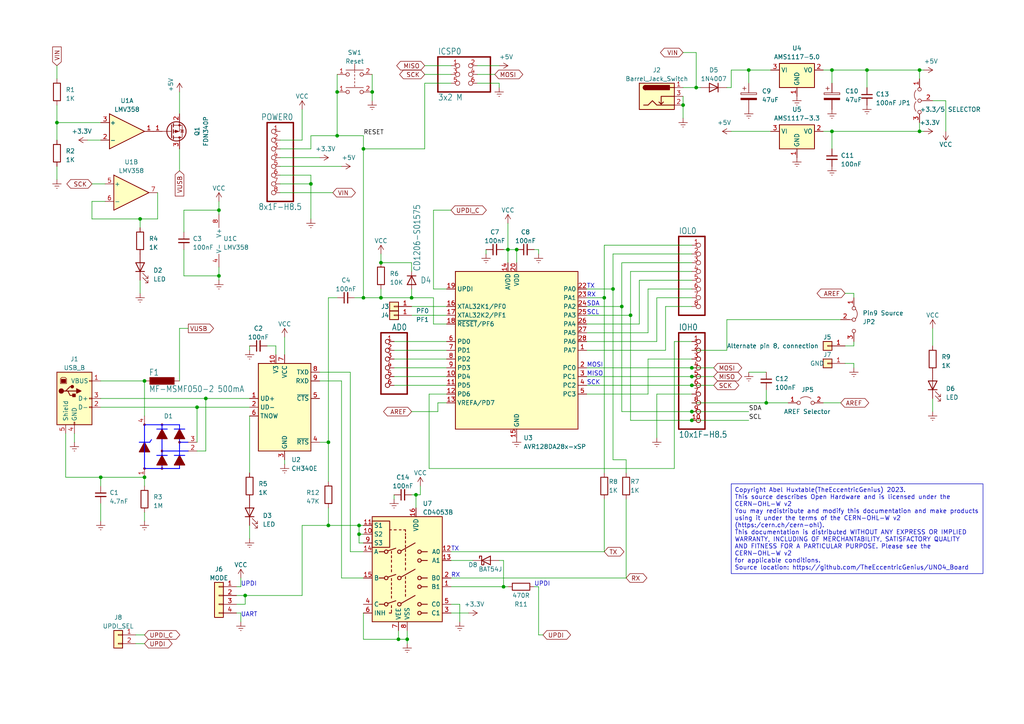
<source format=kicad_sch>
(kicad_sch (version 20230121) (generator eeschema)
  (paper "A4")
  (title_block (title "Produino UNO 4") (date "2023-08-20") (rev "1.0") (comment 1 "AVR128DA28 Uno sized board."))
  (lib_symbols
    (symbol "Amplifier_Operational:LMV358" (pin_names (offset 0.127))
      (property "Reference" "U" (at 0 5.08 0))
      (property "Value" "LMV358" (at 0 -5.08 0))
      (symbol "LMV358_1_1"
        (pin output line (at 7.62 0 180) (length 2.54) (name "~") (number "1"))
        (pin input line (at -7.62 -2.54 0) (length 2.54) (name "-") (number "2"))
        (pin input line (at -7.62 2.54 0) (length 2.54) (name "+") (number "3"))
      )
      (symbol "LMV358_2_1"
        (pin input line (at -7.62 2.54 0) (length 2.54) (name "+") (number "5"))
        (pin input line (at -7.62 -2.54 0) (length 2.54) (name "-") (number "6"))
        (pin output line (at 7.62 0 180) (length 2.54) (name "~") (number "7"))
      )
      (symbol "LMV358_3_1"
        (pin power_in line (at -2.54 -7.62 90) (length 3.81) (name "V-") (number "4"))
        (pin power_in line (at -2.54 7.62 270) (length 3.81) (name "V+") (number "8"))
      )
    )
    (symbol "Analog_Switch:CD4053B"
      (property "Reference" "U" (at -10.16 16.51 0))
      (property "Value" "CD4053B" (at 3.81 16.51 0))
      (symbol "CD4053B_1_1"
        (pin bidirectional line (at 12.7 -5.08 180) (length 2.54) (name "B1") (number "1"))
        (pin input line (at -12.7 10.16 0) (length 2.54) (name "S2") (number "10"))
        (pin input line (at -12.7 12.7 0) (length 2.54) (name "S1") (number "11"))
        (pin bidirectional line (at 12.7 5.08 180) (length 2.54) (name "A0") (number "12"))
        (pin bidirectional line (at 12.7 2.54 180) (length 2.54) (name "A1") (number "13"))
        (pin bidirectional line (at -12.7 5.08 0) (length 2.54) (name "A") (number "14"))
        (pin bidirectional line (at -12.7 -2.54 0) (length 2.54) (name "B") (number "15"))
        (pin power_in line (at 2.54 17.78 270) (length 2.54) (name "VDD") (number "16"))
        (pin bidirectional line (at 12.7 -2.54 180) (length 2.54) (name "B0") (number "2"))
        (pin bidirectional line (at 12.7 -12.7 180) (length 2.54) (name "C1") (number "3"))
        (pin bidirectional line (at -12.7 -10.16 0) (length 2.54) (name "C") (number "4"))
        (pin bidirectional line (at 12.7 -10.16 180) (length 2.54) (name "C0") (number "5"))
        (pin input line (at -12.7 -12.7 0) (length 2.54) (name "INH") (number "6"))
        (pin power_in line (at -2.54 -17.78 90) (length 2.54) (name "VEE") (number "7"))
        (pin power_in line (at 0 -17.78 90) (length 2.54) (name "VSS") (number "8"))
        (pin input line (at -12.7 7.62 0) (length 2.54) (name "S3") (number "9"))
      )
    )
    (symbol "Connector:Barrel_Jack_Switch" (pin_names hide)
      (property "Reference" "J" (at 0 5.334 0))
      (property "Value" "Barrel_Jack_Switch" (at 0 -5.08 0))
      (symbol "Barrel_Jack_Switch_1_1"
        (pin passive line (at 7.62 2.54 180) (length 2.54) (name "~") (number "1"))
        (pin passive line (at 7.62 -2.54 180) (length 2.54) (name "~") (number "2"))
        (pin passive line (at 7.62 0 180) (length 2.54) (name "~") (number "3"))
      )
    )
    (symbol "Connector:USB_B" (pin_names (offset 1.016))
      (property "Reference" "J" (at -5.08 11.43 0))
      (property "Value" "USB_B" (at -5.08 8.89 0))
      (symbol "USB_B_1_1"
        (pin power_out line (at 7.62 5.08 180) (length 2.54) (name "VBUS") (number "1"))
        (pin bidirectional line (at 7.62 -2.54 180) (length 2.54) (name "D-") (number "2"))
        (pin bidirectional line (at 7.62 0 180) (length 2.54) (name "D+") (number "3"))
        (pin power_out line (at 0 -10.16 90) (length 2.54) (name "GND") (number "4"))
        (pin passive line (at -2.54 -10.16 90) (length 2.54) (name "Shield") (number "5"))
      )
    )
    (symbol "Connector_Generic:Conn_01x01" (pin_names (offset 1.016) hide)
      (property "Reference" "J" (at 0 2.54 0))
      (property "Value" "Conn_01x01" (at 0 -2.54 0))
      (symbol "Conn_01x01_1_1"
        (pin passive line (at -5.08 0 0) (length 3.81) (name "Pin_1") (number "1"))
      )
    )
    (symbol "Connector_Generic:Conn_01x02" (pin_names (offset 1.016) hide)
      (property "Reference" "J" (at 0 2.54 0))
      (property "Value" "Conn_01x02" (at 0 -5.08 0))
      (symbol "Conn_01x02_1_1"
        (pin passive line (at -5.08 0 0) (length 3.81) (name "Pin_1") (number "1"))
        (pin passive line (at -5.08 -2.54 0) (length 3.81) (name "Pin_2") (number "2"))
      )
    )
    (symbol "Connector_Generic:Conn_01x04" (pin_names (offset 1.016) hide)
      (property "Reference" "J" (at 0 5.08 0))
      (property "Value" "Conn_01x04" (at 0 -7.62 0))
      (symbol "Conn_01x04_1_1"
        (pin passive line (at -5.08 2.54 0) (length 3.81) (name "Pin_1") (number "1"))
        (pin passive line (at -5.08 0 0) (length 3.81) (name "Pin_2") (number "2"))
        (pin passive line (at -5.08 -2.54 0) (length 3.81) (name "Pin_3") (number "3"))
        (pin passive line (at -5.08 -5.08 0) (length 3.81) (name "Pin_4") (number "4"))
      )
    )
    (symbol "Device:C_Polarized" (pin_numbers hide) (pin_names (offset 0.254))
      (property "Reference" "C" (at 0.635 2.54 0))
      (property "Value" "C_Polarized" (at 0.635 -2.54 0))
      (symbol "C_Polarized_1_1"
        (pin passive line (at 0 3.81 270) (length 2.794) (name "~") (number "1"))
        (pin passive line (at 0 -3.81 90) (length 2.794) (name "~") (number "2"))
      )
    )
    (symbol "Device:C_Small" (pin_numbers hide) (pin_names (offset 0.254) hide)
      (property "Reference" "C" (at 0.254 1.778 0))
      (property "Value" "C_Small" (at 0.254 -2.032 0))
      (symbol "C_Small_1_1"
        (pin passive line (at 0 2.54 270) (length 2.032) (name "~") (number "1"))
        (pin passive line (at 0 -2.54 90) (length 2.032) (name "~") (number "2"))
      )
    )
    (symbol "Device:LED" (pin_numbers hide) (pin_names (offset 1.016) hide)
      (property "Reference" "D" (at 0 2.54 0))
      (property "Value" "LED" (at 0 -2.54 0))
      (symbol "LED_1_1"
        (pin passive line (at -3.81 0 0) (length 2.54) (name "K") (number "1"))
        (pin passive line (at 3.81 0 180) (length 2.54) (name "A") (number "2"))
      )
    )
    (symbol "Device:R" (pin_numbers hide) (pin_names (offset 0))
      (property "Reference" "R" (at 2.032 0 90))
      (property "Value" "R" (at 0 0 90))
      (symbol "R_1_1"
        (pin passive line (at 0 3.81 270) (length 1.27) (name "~") (number "1"))
        (pin passive line (at 0 -3.81 90) (length 1.27) (name "~") (number "2"))
      )
    )
    (symbol "Diode:1N4007" (pin_numbers hide) (pin_names hide)
      (property "Reference" "D" (at 0 2.54 0))
      (property "Value" "1N4007" (at 0 -2.54 0))
      (symbol "1N4007_1_1"
        (pin passive line (at -3.81 0 0) (length 2.54) (name "K") (number "1"))
        (pin passive line (at 3.81 0 180) (length 2.54) (name "A") (number "2"))
      )
    )
    (symbol "Diode:BAT54J" (pin_numbers hide) (pin_names (offset 1.016) hide)
      (property "Reference" "D" (at 0 2.54 0))
      (property "Value" "BAT54J" (at 0 -2.54 0))
      (symbol "BAT54J_1_1"
        (pin passive line (at -3.81 0 0) (length 2.54) (name "K") (number "1"))
        (pin passive line (at 3.81 0 180) (length 2.54) (name "A") (number "2"))
      )
    )
    (symbol "Interface_USB:CH340E"
      (property "Reference" "U" (at -5.08 13.97 0))
      (property "Value" "CH340E" (at 1.27 13.97 0))
      (symbol "CH340E_1_1"
        (pin bidirectional line (at -10.16 2.54 0) (length 2.54) (name "UD+") (number "1"))
        (pin passive line (at -2.54 15.24 270) (length 2.54) (name "V3") (number "10"))
        (pin bidirectional line (at -10.16 0 0) (length 2.54) (name "UD-") (number "2"))
        (pin power_in line (at 0 -15.24 90) (length 2.54) (name "GND") (number "3"))
        (pin output line (at 10.16 -10.16 180) (length 2.54) (name "~{RTS}") (number "4"))
        (pin input line (at 10.16 2.54 180) (length 2.54) (name "~{CTS}") (number "5"))
        (pin output line (at -10.16 -2.54 0) (length 2.54) (name "TNOW") (number "6"))
        (pin power_in line (at 0 15.24 270) (length 2.54) (name "VCC") (number "7"))
        (pin output line (at 10.16 10.16 180) (length 2.54) (name "TXD") (number "8"))
        (pin input line (at 10.16 7.62 180) (length 2.54) (name "RXD") (number "9"))
      )
    )
    (symbol "Jumper:Jumper_2_Open" (pin_names (offset 0) hide)
      (property "Reference" "JP" (at 0 2.794 0))
      (property "Value" "Jumper_2_Open" (at 0 -2.286 0))
      (symbol "Jumper_2_Open_1_1"
        (pin passive line (at -5.08 0 0) (length 2.54) (name "A") (number "1"))
        (pin passive line (at 5.08 0 180) (length 2.54) (name "B") (number "2"))
      )
    )
    (symbol "Jumper:Jumper_3_Bridged12" (pin_names (offset 0) hide)
      (property "Reference" "JP" (at -2.54 -2.54 0))
      (property "Value" "Jumper_3_Bridged12" (at 0 2.794 0))
      (symbol "Jumper_3_Bridged12_1_1"
        (pin passive line (at -6.35 0 0) (length 2.54) (name "A") (number "1"))
        (pin passive line (at 0 -3.81 90) (length 2.54) (name "C") (number "2"))
        (pin passive line (at 6.35 0 180) (length 2.54) (name "B") (number "3"))
      )
    )
    (symbol "Jumper:Jumper_3_Open" (pin_names (offset 0) hide)
      (property "Reference" "JP" (at -2.54 -2.54 0))
      (property "Value" "Jumper_3_Open" (at 0 2.794 0))
      (symbol "Jumper_3_Open_1_1"
        (pin passive line (at -6.35 0 0) (length 2.54) (name "A") (number "1"))
        (pin passive line (at 0 -3.81 90) (length 2.54) (name "C") (number "2"))
        (pin passive line (at 6.35 0 180) (length 2.54) (name "B") (number "3"))
      )
    )
    (symbol "MCU_Microchip_AVR_Dx:AVR128DA28x-xSP"
      (property "Reference" "U" (at -17.78 24.13 0))
      (property "Value" "AVR128DA28x-xSP" (at 2.54 -24.13 0))
      (symbol "AVR128DA28x-xSP_1_1"
        (pin bidirectional line (at 20.32 0 180) (length 2.54) (name "PA7") (number "1"))
        (pin bidirectional line (at -20.32 -7.62 0) (length 2.54) (name "PD4") (number "10"))
        (pin bidirectional line (at -20.32 -10.16 0) (length 2.54) (name "PD5") (number "11"))
        (pin bidirectional line (at -20.32 -12.7 0) (length 2.54) (name "PD6") (number "12"))
        (pin bidirectional line (at -20.32 -15.24 0) (length 2.54) (name "VREFA/PD7") (number "13"))
        (pin power_in line (at -2.54 25.4 270) (length 2.54) (name "AVDD") (number "14"))
        (pin power_in line (at 0 -25.4 90) (length 2.54) (name "GND") (number "15"))
        (pin bidirectional line (at -20.32 12.7 0) (length 2.54) (name "XTAL32K1/PF0") (number "16"))
        (pin bidirectional line (at -20.32 10.16 0) (length 2.54) (name "XTAL32K2/PF1") (number "17"))
        (pin bidirectional line (at -20.32 7.62 0) (length 2.54) (name "~{RESET}/PF6") (number "18"))
        (pin input line (at -20.32 17.78 0) (length 2.54) (name "UPDI") (number "19"))
        (pin bidirectional line (at 20.32 -5.08 180) (length 2.54) (name "PC0") (number "2"))
        (pin power_in line (at 0 25.4 270) (length 2.54) (name "VDD") (number "20"))
        (pin passive line (at 0 -25.4 90) (length 2.54) hide (name "GND") (number "21"))
        (pin bidirectional line (at 20.32 17.78 180) (length 2.54) (name "PA0") (number "22"))
        (pin bidirectional line (at 20.32 15.24 180) (length 2.54) (name "PA1") (number "23"))
        (pin bidirectional line (at 20.32 12.7 180) (length 2.54) (name "PA2") (number "24"))
        (pin bidirectional line (at 20.32 10.16 180) (length 2.54) (name "PA3") (number "25"))
        (pin bidirectional line (at 20.32 7.62 180) (length 2.54) (name "PA4") (number "26"))
        (pin bidirectional line (at 20.32 5.08 180) (length 2.54) (name "PA5") (number "27"))
        (pin bidirectional line (at 20.32 2.54 180) (length 2.54) (name "PA6") (number "28"))
        (pin bidirectional line (at 20.32 -7.62 180) (length 2.54) (name "PC1") (number "3"))
        (pin bidirectional line (at 20.32 -10.16 180) (length 2.54) (name "PC2") (number "4"))
        (pin bidirectional line (at 20.32 -12.7 180) (length 2.54) (name "PC3") (number "5"))
        (pin bidirectional line (at -20.32 2.54 0) (length 2.54) (name "PD0") (number "6"))
        (pin bidirectional line (at -20.32 0 0) (length 2.54) (name "PD1") (number "7"))
        (pin bidirectional line (at -20.32 -2.54 0) (length 2.54) (name "PD2") (number "8"))
        (pin bidirectional line (at -20.32 -5.08 0) (length 2.54) (name "PD3") (number "9"))
      )
    )
    (symbol "Regulator_Linear:AMS1117-3.3"
      (property "Reference" "U" (at -3.81 3.175 0))
      (property "Value" "AMS1117-3.3" (at 0 3.175 0))
      (symbol "AMS1117-3.3_1_1"
        (pin power_in line (at 0 -7.62 90) (length 2.54) (name "GND") (number "1"))
        (pin power_out line (at 7.62 0 180) (length 2.54) (name "VO") (number "2"))
        (pin power_in line (at -7.62 0 0) (length 2.54) (name "VI") (number "3"))
      )
    )
    (symbol "Regulator_Linear:AMS1117-5.0"
      (property "Reference" "U" (at -3.81 3.175 0))
      (property "Value" "AMS1117-5.0" (at 0 3.175 0))
      (symbol "AMS1117-5.0_1_1"
        (pin power_in line (at 0 -7.62 90) (length 2.54) (name "GND") (number "1"))
        (pin power_out line (at 7.62 0 180) (length 2.54) (name "VO") (number "2"))
        (pin power_in line (at -7.62 0 0) (length 2.54) (name "VI") (number "3"))
      )
    )
    (symbol "SmartPrj_PINHD-1X8_1"
      (property "Reference" "AD0" (at -6.35 13.335 0))
      (symbol "SmartPrj_PINHD-1X8_1_1_0"
        (pin passive inverted (at -2.54 10.16 0) (length 2.54) (name "1") (number "1"))
        (pin passive inverted (at -2.54 7.62 0) (length 2.54) (name "2") (number "2"))
        (pin passive inverted (at -2.54 5.08 0) (length 2.54) (name "3") (number "3"))
        (pin passive inverted (at -2.54 2.54 0) (length 2.54) (name "4") (number "4"))
        (pin passive inverted (at -2.54 0 0) (length 2.54) (name "5") (number "5"))
        (pin passive inverted (at -2.54 -2.54 0) (length 2.54) (name "6") (number "6"))
      )
    )
    (symbol "Switch:SW_Push_Dual" (pin_names (offset 1.016) hide)
      (property "Reference" "SW1" (at 0 6.35 0))
      (property "Value" "Reset" (at 0 3.81 0))
      (symbol "SW_Push_Dual_0_1"
        (pin passive line (at -5.08 0 0) (length 2.54) (name "1") (number "1"))
        (pin passive line (at 5.08 0 180) (length 2.54) (name "2") (number "2"))
      )
      (symbol "SW_Push_Dual_1_1"
        (pin passive line (at -5.08 -5.08 0) (length 2.54) (name "3") (number "1"))
        (pin passive line (at 5.08 -5.08 180) (length 2.54) (name "4") (number "2"))
      )
    )
    (symbol "Transistor_FET:FDN340P" (pin_names hide)
      (property "Reference" "Q" (at 5.08 1.905 0))
      (property "Value" "FDN340P" (at 5.08 0 0))
      (symbol "FDN340P_1_1"
        (pin input line (at -5.08 0 0) (length 2.54) (name "G") (number "1"))
        (pin passive line (at 2.54 -5.08 90) (length 2.54) (name "S") (number "2"))
        (pin passive line (at 2.54 5.08 270) (length 2.54) (name "D") (number "3"))
      )
    )
    (symbol "UNO-TH_Rev3e-eagle-import:SmartPrj_PINHD-1X10_ARD"
      (property "Reference" "JP" (at -6.35 13.335 0))
      (symbol "SmartPrj_PINHD-1X10_ARD_1_0"
        (pin passive inverted (at -2.54 10.16 0) (length 2.54) (name "1") (number "1"))
        (pin passive inverted (at -2.54 -12.7 0) (length 2.54) (name "10") (number "10"))
        (pin passive inverted (at -2.54 7.62 0) (length 2.54) (name "2") (number "2"))
        (pin passive inverted (at -2.54 5.08 0) (length 2.54) (name "3") (number "3"))
        (pin passive inverted (at -2.54 2.54 0) (length 2.54) (name "4") (number "4"))
        (pin passive inverted (at -2.54 0 0) (length 2.54) (name "5") (number "5"))
        (pin passive inverted (at -2.54 -2.54 0) (length 2.54) (name "6") (number "6"))
        (pin passive inverted (at -2.54 -5.08 0) (length 2.54) (name "7") (number "7"))
        (pin passive inverted (at -2.54 -7.62 0) (length 2.54) (name "8") (number "8"))
        (pin passive inverted (at -2.54 -10.16 0) (length 2.54) (name "9") (number "9"))
      )
    )
    (symbol "UNO-TH_Rev3e-eagle-import:SmartPrj_PINHD-1X8"
      (property "Reference" "JP" (at -6.35 13.335 0))
      (symbol "SmartPrj_PINHD-1X8_1_0"
        (pin passive inverted (at -2.54 10.16 0) (length 2.54) (name "1") (number "1"))
        (pin passive inverted (at -2.54 7.62 0) (length 2.54) (name "2") (number "2"))
        (pin passive inverted (at -2.54 5.08 0) (length 2.54) (name "3") (number "3"))
        (pin passive inverted (at -2.54 2.54 0) (length 2.54) (name "4") (number "4"))
        (pin passive inverted (at -2.54 0 0) (length 2.54) (name "5") (number "5"))
        (pin passive inverted (at -2.54 -2.54 0) (length 2.54) (name "6") (number "6"))
        (pin passive inverted (at -2.54 -5.08 0) (length 2.54) (name "7") (number "7"))
        (pin passive inverted (at -2.54 -7.62 0) (length 2.54) (name "8") (number "8"))
      )
    )
    (symbol "UNO-TH_Rev3e-eagle-import:SmartPrj_PINHD-2X3"
      (property "Reference" "JP" (at -6.35 5.715 0))
      (symbol "SmartPrj_PINHD-2X3_1_0"
        (pin passive inverted (at -2.54 2.54 0) (length 2.54) (name "1") (number "1"))
        (pin passive inverted (at 5.08 2.54 180) (length 2.54) (name "2") (number "2"))
        (pin passive inverted (at -2.54 0 0) (length 2.54) (name "3") (number "3"))
        (pin passive inverted (at 5.08 0 180) (length 2.54) (name "4") (number "4"))
        (pin passive inverted (at -2.54 -2.54 0) (length 2.54) (name "5") (number "5"))
        (pin passive inverted (at 5.08 -2.54 180) (length 2.54) (name "6") (number "6"))
      )
    )
    (symbol "UNO-TH_Rev3e-eagle-import:diode_DIODE-MINIMELF"
      (property "Reference" "D" (at 2.54 0.4826 0))
      (symbol "diode_DIODE-MINIMELF_1_0"
        (pin passive line (at -2.54 0 0) (length 2.54) (name "A") (number "A"))
        (pin passive line (at 2.54 0 180) (length 2.54) (name "C") (number "C"))
      )
    )
    (symbol "UNO-TH_Rev3e-eagle-import:rcl_L-EUL1812"
      (property "Reference" "L" (at -1.4986 -3.81 90))
      (symbol "rcl_L-EUL1812_1_0"
        (pin passive line (at 0 5.08 270) (length 2.54) (name "1") (number "1"))
        (pin passive line (at 0 -5.08 90) (length 2.54) (name "2") (number "2"))
      )
    )
    (symbol "Uno_Mini_Limited_Edition-altium-import:root_0_PRTR5V0U2X,215"
      (symbol "root_0_PRTR5V0U2X,215_1_0"
        (pin passive line (at -5.08 -10.16 90) (length 2.54) (name "1") (number "1"))
        (pin passive line (at 10.16 -2.54 180) (length 2.54) (name "2") (number "2"))
        (pin passive line (at 10.16 0 180) (length 2.54) (name "3") (number "3"))
        (pin passive line (at -5.08 7.62 270) (length 2.54) (name "4") (number "4"))
      )
    )
    (symbol "power:+3.3V" (power) (pin_names (offset 0))
      (property "Value" "+3.3V" (at 0 3.556 0))
      (symbol "+3.3V_1_1"
        (pin power_in line (at 0 0 90) (length 0) hide (name "+3.3V") (number "1"))
      )
    )
    (symbol "power:+5V" (power) (pin_names (offset 0))
      (property "Value" "+5V" (at 0 3.556 0))
      (symbol "+5V_1_1"
        (pin power_in line (at 0 0 90) (length 0) hide (name "+5V") (number "1"))
      )
    )
    (symbol "power:Earth" (power) (pin_names (offset 0))
      (symbol "Earth_1_1"
        (pin power_in line (at 0 0 270) (length 0) hide (name "Earth") (number "1"))
      )
    )
    (symbol "power:VCC" (power) (pin_names (offset 0))
      (property "Value" "VCC" (at 0 3.81 0))
      (symbol "VCC_1_1"
        (pin power_in line (at 0 0 90) (length 0) hide (name "VCC") (number "1"))
      )
    )
  )
  (junction (at 115.57 185.42))
  (junction (at 29.21 138.43))
  (junction (at 110.49 86.36))
  (junction (at 180.34 88.9))
  (junction (at 119.38 86.36))
  (junction (at 90.17 53.34))
  (junction (at 104.14 154.94))
  (junction (at 110.49 76.2))
  (junction (at 266.7 20.32))
  (junction (at 200.66 121.92))
  (junction (at 251.46 20.32))
  (junction (at 104.14 152.4))
  (junction (at 177.8 83.82))
  (junction (at 105.41 43.18))
  (junction (at 266.7 38.1))
  (junction (at 40.64 63.5))
  (junction (at 63.5 80.01))
  (junction (at 95.25 128.27))
  (junction (at 59.69 115.57))
  (junction (at 71.12 172.72))
  (junction (at 241.3 20.32))
  (junction (at 147.32 72.39))
  (junction (at 200.66 109.22))
  (junction (at 57.15 118.11))
  (junction (at 200.66 111.76))
  (junction (at 201.93 25.4))
  (junction (at 97.79 39.37))
  (junction (at 120.65 143.51))
  (junction (at 95.25 152.4))
  (junction (at 41.91 110.49))
  (junction (at 241.3 38.1))
  (junction (at 200.66 119.38))
  (junction (at 222.25 116.84))
  (junction (at 118.11 185.42))
  (junction (at 63.5 60.96))
  (junction (at 16.51 35.56))
  (junction (at 200.66 106.68))
  (junction (at 198.12 30.48))
  (junction (at 41.91 138.43))
  (junction (at 149.86 72.39))
  (junction (at 107.95 26.67))
  (junction (at 175.26 86.36))
  (junction (at 105.41 86.36))
  (junction (at 182.88 91.44))
  (junction (at 217.17 20.32))
  (junction (at 146.05 170.18))
  (junction (at 97.79 26.67))
  (wire (pts (xy 247.65 105.41) (xy 247.65 106.68)))
  (wire (pts (xy 68.58 175.26) (xy 71.12 175.26)))
  (wire (pts (xy 81.28 53.34) (xy 90.17 53.34)))
  (wire (pts (xy 212.09 25.4) (xy 212.09 20.32)))
  (wire (pts (xy 238.76 38.1) (xy 241.3 38.1)))
  (wire (pts (xy 39.37 184.15) (xy 41.91 184.15)))
  (wire (pts (xy 198.12 25.4) (xy 201.93 25.4)))
  (wire (pts (xy 195.58 99.06) (xy 200.66 99.06)))
  (wire (pts (xy 81.28 55.88) (xy 96.52 55.88)))
  (wire (pts (xy 105.41 185.42) (xy 115.57 185.42)))
  (wire (pts (xy 119.38 83.82) (xy 119.38 86.36)))
  (wire (pts (xy 118.11 185.42) (xy 118.11 182.88)))
  (wire (pts (xy 201.93 25.4) (xy 201.93 15.24)))
  (wire (pts (xy 121.92 143.51) (xy 120.65 143.51)))
  (wire (pts (xy 156.21 184.15) (xy 157.48 184.15)))
  (wire (pts (xy 180.34 76.2) (xy 200.66 76.2)))
  (wire (pts (xy 180.34 88.9) (xy 180.34 119.38)))
  (wire (pts (xy 105.41 43.18) (xy 105.41 86.36)))
  (wire (pts (xy 144.78 162.56) (xy 146.05 162.56)))
  (wire (pts (xy 187.96 114.3) (xy 187.96 104.14)))
  (wire (pts (xy 81.28 50.8) (xy 90.17 50.8)))
  (wire (pts (xy 107.95 26.67) (xy 107.95 29.21)))
  (wire (pts (xy 130.81 170.18) (xy 146.05 170.18)))
  (wire (pts (xy 29.21 118.11) (xy 57.15 118.11)))
  (wire (pts (xy 170.18 83.82) (xy 177.8 83.82)))
  (wire (pts (xy 80.01 102.87) (xy 80.01 100.33)))
  (wire (pts (xy 69.85 170.18) (xy 68.58 170.18)))
  (wire (pts (xy 25.4 40.64) (xy 29.21 40.64)))
  (wire (pts (xy 198.12 30.48) (xy 198.12 34.29)))
  (wire (pts (xy 114.3 111.76) (xy 129.54 111.76)))
  (wire (pts (xy 222.25 113.03) (xy 222.25 116.84)))
  (wire (pts (xy 92.71 110.49) (xy 99.06 110.49)))
  (wire (pts (xy 198.12 15.24) (xy 201.93 15.24)))
  (wire (pts (xy 270.51 115.57) (xy 270.51 119.38)))
  (wire (pts (xy 40.64 63.5) (xy 40.64 66.04)))
  (wire (pts (xy 129.54 83.82) (xy 125.73 83.82)))
  (wire (pts (xy 170.18 91.44) (xy 182.88 91.44)))
  (wire (pts (xy 187.96 104.14) (xy 200.66 104.14)))
  (wire (pts (xy 41.91 138.43) (xy 41.91 140.97)))
  (wire (pts (xy 72.39 120.65) (xy 72.39 137.16)))
  (wire (pts (xy 69.85 177.8) (xy 69.85 180.34)))
  (wire (pts (xy 82.55 97.79) (xy 82.55 102.87)))
  (wire (pts (xy 127 116.84) (xy 129.54 116.84)))
  (wire (pts (xy 133.35 175.26) (xy 130.81 175.26)))
  (wire (pts (xy 146.05 162.56) (xy 146.05 170.18)))
  (wire (pts (xy 123.19 21.59) (xy 130.81 21.59)))
  (wire (pts (xy 101.6 160.02) (xy 101.6 107.95)))
  (wire (pts (xy 177.8 73.66) (xy 200.66 73.66)))
  (wire (pts (xy 105.41 160.02) (xy 101.6 160.02)))
  (wire (pts (xy 19.05 138.43) (xy 19.05 125.73)))
  (wire (pts (xy 63.5 77.47) (xy 63.5 80.01)))
  (wire (pts (xy 41.91 138.43) (xy 29.21 138.43)))
  (wire (pts (xy 121.92 140.97) (xy 121.92 143.51)))
  (wire (pts (xy 124.46 135.89) (xy 195.58 135.89)))
  (wire (pts (xy 105.41 86.36) (xy 110.49 86.36)))
  (wire (pts (xy 247.65 100.33) (xy 245.11 100.33)))
  (wire (pts (xy 95.25 128.27) (xy 95.25 139.7)))
  (wire (pts (xy 45.72 63.5) (xy 45.72 55.88)))
  (wire (pts (xy 71.12 172.72) (xy 87.63 172.72)))
  (wire (pts (xy 40.64 81.28) (xy 40.64 85.09)))
  (wire (pts (xy 41.91 148.59) (xy 41.91 151.13)))
  (wire (pts (xy 181.61 137.16) (xy 181.61 133.35)))
  (wire (pts (xy 210.82 25.4) (xy 212.09 25.4)))
  (wire (pts (xy 29.21 138.43) (xy 19.05 138.43)))
  (wire (pts (xy 200.66 101.6) (xy 210.82 101.6)))
  (wire (pts (xy 127 119.38) (xy 127 116.84)))
  (wire (pts (xy 185.42 81.28) (xy 200.66 81.28)))
  (wire (pts (xy 87.63 152.4) (xy 95.25 152.4)))
  (wire (pts (xy 274.32 29.21) (xy 270.51 29.21)))
  (wire (pts (xy 29.21 138.43) (xy 29.21 140.97)))
  (wire (pts (xy 210.82 92.71) (xy 243.84 92.71)))
  (wire (pts (xy 212.09 20.32) (xy 217.17 20.32)))
  (wire (pts (xy 138.43 21.59) (xy 143.51 21.59)))
  (wire (pts (xy 16.51 35.56) (xy 16.51 40.64)))
  (wire (pts (xy 125.73 86.36) (xy 125.73 93.98)))
  (wire (pts (xy 200.66 119.38) (xy 217.17 119.38)))
  (wire (pts (xy 201.93 25.4) (xy 203.2 25.4)))
  (wire (pts (xy 110.49 86.36) (xy 119.38 86.36)))
  (wire (pts (xy 41.91 110.49) (xy 41.91 120.65)))
  (wire (pts (xy 274.32 38.1) (xy 274.32 29.21)))
  (wire (pts (xy 177.8 83.82) (xy 177.8 133.35)))
  (wire (pts (xy 81.28 43.18) (xy 90.17 43.18)))
  (wire (pts (xy 39.37 186.69) (xy 41.91 186.69)))
  (wire (pts (xy 156.21 73.66) (xy 156.21 72.39)))
  (wire (pts (xy 95.25 147.32) (xy 95.25 152.4)))
  (wire (pts (xy 200.66 106.68) (xy 207.01 106.68)))
  (wire (pts (xy 81.28 48.26) (xy 99.06 48.26)))
  (wire (pts (xy 63.5 60.96) (xy 63.5 62.23)))
  (wire (pts (xy 16.51 35.56) (xy 29.21 35.56)))
  (wire (pts (xy 270.51 95.25) (xy 270.51 100.33)))
  (wire (pts (xy 181.61 133.35) (xy 177.8 133.35)))
  (wire (pts (xy 114.3 106.68) (xy 129.54 106.68)))
  (wire (pts (xy 130.81 24.13) (xy 123.19 24.13)))
  (wire (pts (xy 52.07 95.25) (xy 52.07 110.49)))
  (wire (pts (xy 26.67 63.5) (xy 40.64 63.5)))
  (wire (pts (xy 147.32 72.39) (xy 149.86 72.39)))
  (wire (pts (xy 245.11 105.41) (xy 247.65 105.41)))
  (wire (pts (xy 68.58 177.8) (xy 69.85 177.8)))
  (wire (pts (xy 266.7 20.32) (xy 266.7 22.86)))
  (wire (pts (xy 97.79 39.37) (xy 105.41 39.37)))
  (wire (pts (xy 59.69 130.81) (xy 59.69 115.57)))
  (wire (pts (xy 170.18 96.52) (xy 187.96 96.52)))
  (wire (pts (xy 107.95 21.59) (xy 107.95 26.67)))
  (wire (pts (xy 156.21 170.18) (xy 156.21 184.15)))
  (wire (pts (xy 115.57 185.42) (xy 118.11 185.42)))
  (wire (pts (xy 115.57 182.88) (xy 115.57 185.42)))
  (wire (pts (xy 147.32 72.39) (xy 146.05 72.39)))
  (wire (pts (xy 77.47 100.33) (xy 80.01 100.33)))
  (wire (pts (xy 170.18 101.6) (xy 193.04 101.6)))
  (wire (pts (xy 175.26 86.36) (xy 175.26 137.16)))
  (wire (pts (xy 40.64 63.5) (xy 45.72 63.5)))
  (wire (pts (xy 21.59 125.73) (xy 21.59 128.27)))
  (wire (pts (xy 71.12 175.26) (xy 71.12 172.72)))
  (wire (pts (xy 182.88 121.92) (xy 200.66 121.92)))
  (wire (pts (xy 217.17 107.95) (xy 222.25 107.95)))
  (wire (pts (xy 124.46 114.3) (xy 129.54 114.3)))
  (wire (pts (xy 200.66 121.92) (xy 217.17 121.92)))
  (wire (pts (xy 175.26 144.78) (xy 175.26 160.02)))
  (wire (pts (xy 90.17 50.8) (xy 90.17 53.34)))
  (wire (pts (xy 193.04 101.6) (xy 193.04 88.9)))
  (wire (pts (xy 182.88 78.74) (xy 200.66 78.74)))
  (wire (pts (xy 59.69 115.57) (xy 72.39 115.57)))
  (wire (pts (xy 140.97 72.39) (xy 140.97 73.66)))
  (wire (pts (xy 97.79 21.59) (xy 97.79 26.67)))
  (wire (pts (xy 182.88 91.44) (xy 182.88 121.92)))
  (wire (pts (xy 170.18 114.3) (xy 187.96 114.3)))
  (wire (pts (xy 53.34 72.39) (xy 53.34 80.01)))
  (wire (pts (xy 63.5 80.01) (xy 63.5 81.28)))
  (wire (pts (xy 185.42 93.98) (xy 185.42 81.28)))
  (wire (pts (xy 130.81 167.64) (xy 181.61 167.64)))
  (wire (pts (xy 138.43 19.05) (xy 144.78 19.05)))
  (wire (pts (xy 16.51 48.26) (xy 16.51 52.07)))
  (wire (pts (xy 104.14 152.4) (xy 104.14 154.94)))
  (wire (pts (xy 154.94 72.39) (xy 156.21 72.39)))
  (wire (pts (xy 101.6 107.95) (xy 92.71 107.95)))
  (wire (pts (xy 72.39 152.4) (xy 72.39 156.21)))
  (wire (pts (xy 195.58 135.89) (xy 195.58 99.06)))
  (wire (pts (xy 68.58 172.72) (xy 71.12 172.72)))
  (wire (pts (xy 187.96 96.52) (xy 187.96 83.82)))
  (wire (pts (xy 200.66 111.76) (xy 207.01 111.76)))
  (wire (pts (xy 200.66 109.22) (xy 207.01 109.22)))
  (wire (pts (xy 222.25 116.84) (xy 228.6 116.84)))
  (wire (pts (xy 104.14 157.48) (xy 104.14 154.94)))
  (wire (pts (xy 170.18 109.22) (xy 200.66 109.22)))
  (wire (pts (xy 241.3 24.13) (xy 241.3 20.32)))
  (wire (pts (xy 180.34 119.38) (xy 200.66 119.38)))
  (wire (pts (xy 170.18 106.68) (xy 200.66 106.68)))
  (wire (pts (xy 105.41 39.37) (xy 105.41 43.18)))
  (wire (pts (xy 170.18 88.9) (xy 180.34 88.9)))
  (wire (pts (xy 177.8 83.82) (xy 177.8 73.66)))
  (wire (pts (xy 26.67 53.34) (xy 30.48 53.34)))
  (wire (pts (xy 241.3 38.1) (xy 266.7 38.1)))
  (wire (pts (xy 105.41 157.48) (xy 104.14 157.48)))
  (wire (pts (xy 119.38 143.51) (xy 120.65 143.51)))
  (wire (pts (xy 130.81 162.56) (xy 137.16 162.56)))
  (wire (pts (xy 52.07 49.53) (xy 52.07 43.18)))
  (wire (pts (xy 57.15 118.11) (xy 72.39 118.11)))
  (wire (pts (xy 133.35 175.26) (xy 133.35 180.34)))
  (wire (pts (xy 119.38 76.2) (xy 119.38 78.74)))
  (wire (pts (xy 102.87 86.36) (xy 105.41 86.36)))
  (wire (pts (xy 52.07 95.25) (xy 54.61 95.25)))
  (wire (pts (xy 212.09 38.1) (xy 223.52 38.1)))
  (wire (pts (xy 187.96 83.82) (xy 200.66 83.82)))
  (wire (pts (xy 154.94 170.18) (xy 156.21 170.18)))
  (wire (pts (xy 170.18 93.98) (xy 185.42 93.98)))
  (wire (pts (xy 105.41 152.4) (xy 104.14 152.4)))
  (wire (pts (xy 241.3 38.1) (xy 241.3 43.18)))
  (wire (pts (xy 95.25 128.27) (xy 95.25 86.36)))
  (wire (pts (xy 182.88 91.44) (xy 182.88 78.74)))
  (wire (pts (xy 26.67 58.42) (xy 26.67 63.5)))
  (wire (pts (xy 144.78 24.13) (xy 138.43 24.13)))
  (wire (pts (xy 266.7 38.1) (xy 266.7 35.56)))
  (wire (pts (xy 53.34 67.31) (xy 53.34 60.96)))
  (wire (pts (xy 120.65 143.51) (xy 120.65 147.32)))
  (wire (pts (xy 90.17 53.34) (xy 90.17 63.5)))
  (wire (pts (xy 119.38 119.38) (xy 127 119.38)))
  (wire (pts (xy 110.49 76.2) (xy 119.38 76.2)))
  (wire (pts (xy 146.05 170.18) (xy 147.32 170.18)))
  (wire (pts (xy 69.85 167.64) (xy 69.85 170.18)))
  (wire (pts (xy 95.25 152.4) (xy 104.14 152.4)))
  (wire (pts (xy 217.17 20.32) (xy 223.52 20.32)))
  (wire (pts (xy 81.28 45.72) (xy 92.71 45.72)))
  (wire (pts (xy 110.49 73.66) (xy 110.49 76.2)))
  (wire (pts (xy 114.3 104.14) (xy 129.54 104.14)))
  (wire (pts (xy 95.25 86.36) (xy 97.79 86.36)))
  (wire (pts (xy 99.06 167.64) (xy 105.41 167.64)))
  (wire (pts (xy 251.46 20.32) (xy 251.46 25.4)))
  (wire (pts (xy 190.5 114.3) (xy 190.5 127)))
  (wire (pts (xy 200.66 114.3) (xy 190.5 114.3)))
  (wire (pts (xy 267.97 20.32) (xy 266.7 20.32)))
  (wire (pts (xy 63.5 58.42) (xy 63.5 60.96)))
  (wire (pts (xy 245.11 85.09) (xy 247.65 85.09)))
  (wire (pts (xy 238.76 20.32) (xy 241.3 20.32)))
  (wire (pts (xy 238.76 116.84) (xy 243.84 116.84)))
  (wire (pts (xy 30.48 58.42) (xy 26.67 58.42)))
  (wire (pts (xy 41.91 110.49) (xy 29.21 110.49)))
  (wire (pts (xy 217.17 24.13) (xy 217.17 20.32)))
  (wire (pts (xy 52.07 33.02) (xy 52.07 26.67)))
  (wire (pts (xy 180.34 88.9) (xy 180.34 76.2)))
  (wire (pts (xy 90.17 39.37) (xy 97.79 39.37)))
  (wire (pts (xy 125.73 93.98) (xy 129.54 93.98)))
  (wire (pts (xy 87.63 152.4) (xy 87.63 172.72)))
  (wire (pts (xy 119.38 91.44) (xy 129.54 91.44)))
  (wire (pts (xy 97.79 26.67) (xy 97.79 39.37)))
  (wire (pts (xy 190.5 86.36) (xy 200.66 86.36)))
  (wire (pts (xy 130.81 160.02) (xy 175.26 160.02)))
  (wire (pts (xy 114.3 143.51) (xy 114.3 144.78)))
  (wire (pts (xy 114.3 101.6) (xy 129.54 101.6)))
  (wire (pts (xy 99.06 110.49) (xy 99.06 167.64)))
  (wire (pts (xy 210.82 92.71) (xy 210.82 101.6)))
  (wire (pts (xy 144.78 25.4) (xy 144.78 24.13)))
  (wire (pts (xy 170.18 99.06) (xy 190.5 99.06)))
  (wire (pts (xy 72.39 100.33) (xy 72.39 101.6)))
  (wire (pts (xy 123.19 43.18) (xy 105.41 43.18)))
  (wire (pts (xy 123.19 24.13) (xy 123.19 43.18)))
  (wire (pts (xy 147.32 64.77) (xy 147.32 72.39)))
  (wire (pts (xy 130.81 177.8) (xy 135.89 177.8)))
  (wire (pts (xy 125.73 60.96) (xy 130.81 60.96)))
  (wire (pts (xy 125.73 83.82) (xy 125.73 60.96)))
  (wire (pts (xy 123.19 19.05) (xy 130.81 19.05)))
  (wire (pts (xy 170.18 111.76) (xy 200.66 111.76)))
  (wire (pts (xy 87.63 31.75) (xy 87.63 40.64)))
  (wire (pts (xy 114.3 99.06) (xy 129.54 99.06)))
  (wire (pts (xy 198.12 27.94) (xy 198.12 30.48)))
  (wire (pts (xy 125.73 86.36) (xy 119.38 86.36)))
  (wire (pts (xy 92.71 128.27) (xy 95.25 128.27)))
  (wire (pts (xy 82.55 133.35) (xy 82.55 134.62)))
  (wire (pts (xy 200.66 116.84) (xy 222.25 116.84)))
  (wire (pts (xy 119.38 88.9) (xy 129.54 88.9)))
  (wire (pts (xy 57.15 118.11) (xy 57.15 128.27)))
  (wire (pts (xy 90.17 43.18) (xy 90.17 39.37)))
  (wire (pts (xy 16.51 30.48) (xy 16.51 35.56)))
  (wire (pts (xy 114.3 109.22) (xy 129.54 109.22)))
  (wire (pts (xy 105.41 177.8) (xy 105.41 185.42)))
  (wire (pts (xy 193.04 88.9) (xy 200.66 88.9)))
  (wire (pts (xy 251.46 20.32) (xy 266.7 20.32)))
  (wire (pts (xy 104.14 154.94) (xy 105.41 154.94)))
  (wire (pts (xy 266.7 38.1) (xy 267.97 38.1)))
  (wire (pts (xy 53.34 80.01) (xy 63.5 80.01)))
  (wire (pts (xy 175.26 71.12) (xy 200.66 71.12)))
  (wire (pts (xy 118.11 185.42) (xy 118.11 186.69)))
  (wire (pts (xy 181.61 144.78) (xy 181.61 167.64)))
  (wire (pts (xy 149.86 76.2) (xy 149.86 72.39)))
  (wire (pts (xy 29.21 115.57) (xy 59.69 115.57)))
  (wire (pts (xy 53.34 60.96) (xy 63.5 60.96)))
  (wire (pts (xy 81.28 40.64) (xy 87.63 40.64)))
  (wire (pts (xy 241.3 20.32) (xy 251.46 20.32)))
  (wire (pts (xy 190.5 99.06) (xy 190.5 86.36)))
  (wire (pts (xy 57.15 130.81) (xy 59.69 130.81)))
  (wire (pts (xy 16.51 19.05) (xy 16.51 22.86)))
  (wire (pts (xy 124.46 114.3) (xy 124.46 135.89)))
  (wire (pts (xy 170.18 86.36) (xy 175.26 86.36)))
  (wire (pts (xy 247.65 85.09) (xy 247.65 86.36)))
  (wire (pts (xy 29.21 146.05) (xy 29.21 151.13)))
  (wire (pts (xy 110.49 86.36) (xy 110.49 83.82)))
  (wire (pts (xy 247.65 100.33) (xy 247.65 99.06)))
  (wire (pts (xy 147.32 72.39) (xy 147.32 76.2)))
  (wire (pts (xy 175.26 71.12) (xy 175.26 86.36)))
  (text_box "Copyright Abel Huxtable(TheEccentricGenius) 2023.\nThis source describes Open Hardware and is licensed under the CERN-OHL-W v2\nYou may redistribute and modify this documentation and make products\nusing it under the terms of the CERN-OHL-W v2 (https:/cern.ch/cern-ohl).\nThis documentation is distributed WITHOUT ANY EXPRESS OR IMPLIED\nWARRANTY, INCLUDING OF MERCHANTABILITY, SATISFACTORY QUALITY\nAND FITNESS FOR A PARTICULAR PURPOSE. Please see the CERN-OHL-W v2\nfor applicable conditions.\nSource location: https://github.com/TheEccentricGenius/UNO4_Board" (at 212.09 140.335 0) (size 73.025 26.035) (effects (font (size 1.27 1.27)) (justify left top)))
  (text "TX" (at 170.18 83.82 0) (effects (font (size 1.27 1.27)) (justify left bottom)))
  (text "TX\n" (at 130.81 160.02 0) (effects (font (size 1.27 1.27)) (justify left bottom)))
  (text "UART" (at 69.85 179.07 0) (effects (font (size 1.27 1.27)) (justify left bottom)))
  (text "RX\n" (at 130.81 167.64 0) (effects (font (size 1.27 1.27)) (justify left bottom)))
  (text "SCK" (at 170.18 111.76 0) (effects (font (size 1.27 1.27)) (justify left bottom)))
  (text "RX\n" (at 170.18 86.36 0) (effects (font (size 1.27 1.27)) (justify left bottom)))
  (text "SDA" (at 170.18 88.9 0) (effects (font (size 1.27 1.27)) (justify left bottom)))
  (text "MISO" (at 170.18 109.22 0) (effects (font (size 1.27 1.27)) (justify left bottom)))
  (text "SCL" (at 170.18 91.44 0) (effects (font (size 1.27 1.27)) (justify left bottom)))
  (text "UPDI" (at 154.94 170.18 0) (effects (font (size 1.27 1.27)) (justify left bottom)))
  (text "UPDI" (at 69.85 170.18 0) (effects (font (size 1.27 1.27)) (justify left bottom)))
  (text "MOSI" (at 170.18 106.68 0) (effects (font (size 1.27 1.27)) (justify left bottom)))
  (label "SDA" (at 217.17 119.38 0))
  (label "SCL" (at 217.17 121.92 0))
  (label "RESET" (at 105.41 39.37 0))
  (global_label "MISO" (shape bidirectional) (at 207.01 109.22 0) (property "Intersheetrefs" "${INTERSHEET_REFS}" (effects hide)))
  (global_label "SCK" (shape bidirectional) (at 207.01 111.76 0) (property "Intersheetrefs" "${INTERSHEET_REFS}" (effects hide)))
  (global_label "MOSI" (shape bidirectional) (at 207.01 106.68 0) (property "Intersheetrefs" "${INTERSHEET_REFS}" (effects hide)))
  (global_label "SCK" (shape bidirectional) (at 123.19 21.59 180) (property "Intersheetrefs" "${INTERSHEET_REFS}" (effects hide)))
  (global_label "VUSB" (shape output) (at 54.61 95.25 0) (property "Intersheetrefs" "${INTERSHEET_REFS}" (effects hide)))
  (global_label "UPDI_C" (shape bidirectional) (at 41.91 184.15 0) (property "Intersheetrefs" "${INTERSHEET_REFS}" (effects hide)))
  (global_label "RX" (shape bidirectional) (at 181.61 167.64 0) (property "Intersheetrefs" "${INTERSHEET_REFS}" (effects hide)))
  (global_label "UPDI_C" (shape bidirectional) (at 130.81 60.96 0) (property "Intersheetrefs" "${INTERSHEET_REFS}" (effects hide)))
  (global_label "AREF" (shape bidirectional) (at 119.38 119.38 180) (property "Intersheetrefs" "${INTERSHEET_REFS}" (effects hide)))
  (global_label "UPDI" (shape bidirectional) (at 41.91 186.69 0) (property "Intersheetrefs" "${INTERSHEET_REFS}" (effects hide)))
  (global_label "MOSI" (shape bidirectional) (at 143.51 21.59 0) (property "Intersheetrefs" "${INTERSHEET_REFS}" (effects hide)))
  (global_label "UPDI" (shape bidirectional) (at 157.48 184.15 0) (property "Intersheetrefs" "${INTERSHEET_REFS}" (effects hide)))
  (global_label "MISO" (shape bidirectional) (at 123.19 19.05 180) (property "Intersheetrefs" "${INTERSHEET_REFS}" (effects hide)))
  (global_label "AREF" (shape bidirectional) (at 243.84 116.84 0) (property "Intersheetrefs" "${INTERSHEET_REFS}" (effects hide)))
  (global_label "VIN" (shape bidirectional) (at 96.52 55.88 0) (property "Intersheetrefs" "${INTERSHEET_REFS}" (effects hide)))
  (global_label "VIN" (shape input) (at 16.51 19.05 90) (property "Intersheetrefs" "${INTERSHEET_REFS}" (effects hide)))
  (global_label "VIN" (shape bidirectional) (at 198.12 15.24 180) (property "Intersheetrefs" "${INTERSHEET_REFS}" (effects hide)))
  (global_label "AREF" (shape bidirectional) (at 245.11 85.09 180) (property "Intersheetrefs" "${INTERSHEET_REFS}" (effects hide)))
  (global_label "VUSB" (shape input) (at 52.07 49.53 270) (property "Intersheetrefs" "${INTERSHEET_REFS}" (effects hide)))
  (global_label "SCK" (shape bidirectional) (at 26.67 53.34 180) (property "Intersheetrefs" "${INTERSHEET_REFS}" (effects hide)))
  (global_label "TX" (shape bidirectional) (at 175.26 160.02 0) (property "Intersheetrefs" "${INTERSHEET_REFS}" (effects hide)))
  (symbol (lib_id "power:Earth") (at 217.17 31.75 0) (unit 1)
    (property "Reference" "#PWR033" (effects hide))
    (property "Value" "Earth" (effects hide))
  )
  (symbol (lib_id "power:Earth") (at 251.46 30.48 0) (unit 1)
    (property "Reference" "#PWR039" (effects hide))
    (property "Value" "Earth" (effects hide))
  )
  (symbol (lib_id "Switch:SW_Push_Dual") (at 102.87 21.59 0) (unit 1)
    (property "Reference" "SW1" (at 102.87 15.24 0))
    (property "Value" "Reset" (at 102.87 17.78 0))
    (property "Footprint" "USB_B:SW_PUSH_6mm" (effects hide))
  )
  (symbol (lib_id "power:+5V") (at 52.07 26.67 0) (unit 1)
    (property "Reference" "#PWR06" (effects hide))
    (property "Value" "+5V" (at 49.53 26.67 90) (effects (justify left)))
  )
  (symbol (lib_id "Connector_Generic:Conn_01x01") (at 240.03 100.33 0) (mirror y) (unit 1)
    (property "Reference" "J5" (at 238.76 97.79 0) (effects (justify right)))
    (property "Value" "Alternate pin 8, connection" (at 210.82 100.33 0) (effects (justify right)))
    (property "Footprint" "Connector_Wire:SolderWirePad_1x01_SMD_1x2mm" (effects hide))
  )
  (symbol (lib_id "Device:R") (at 41.91 144.78 0) (unit 1)
    (property "Reference" "R3" (at 44.45 144.145 0) (effects (justify left)))
    (property "Value" "1M" (at 44.45 146.685 0) (effects (justify left)))
    (property "Footprint" "Resistor_SMD:R_0603_1608Metric_Pad0.98x0.95mm_HandSolder" (effects hide))
  )
  (symbol (lib_id "power:Earth") (at 270.51 119.38 0) (unit 1)
    (property "Reference" "#PWR044" (effects hide))
    (property "Value" "Earth" (effects hide))
  )
  (symbol (lib_id "power:Earth") (at 217.17 107.95 0) (unit 1)
    (property "Reference" "#PWR036" (effects hide))
    (property "Value" "Earth" (effects hide))
  )
  (symbol (lib_id "Interface_USB:CH340E") (at 82.55 118.11 0) (unit 1)
    (property "Reference" "U2" (at 84.5059 133.35 0) (effects (justify left)))
    (property "Value" "CH340E" (at 84.5059 135.89 0) (effects (justify left)))
    (property "Footprint" "Package_SO:MSOP-10_3x3mm_P0.5mm" (effects hide))
    (property "Datasheet" "https://www.mpja.com/download/35227cpdata.pdf" (effects hide))
  )
  (symbol (lib_id "power:VCC") (at 87.63 31.75 0) (unit 1)
    (property "Reference" "#PWR07" (effects hide))
    (property "Value" "VCC" (at 87.63 27.94 0))
  )
  (symbol (lib_id "UNO-TH_Rev3e-eagle-import:SmartPrj_PINHD-1X10_ARD") (at 203.2 109.22 0) (unit 1)
    (property "Reference" "IOH0" (at 196.85 95.885 0) (effects (font (size 1.778 1.5113)) (justify left bottom)))
    (property "Value" "10x1F-H8.5" (at 196.85 127 0) (effects (font (size 1.778 1.5113)) (justify left bottom)))
    (property "Footprint" "Connector_PinSocket_2.54mm:PinSocket_1x10_P2.54mm_Vertical" (effects hide))
  )
  (symbol (lib_id "Connector_Generic:Conn_01x02") (at 34.29 184.15 0) (mirror y) (unit 1)
    (property "Reference" "J8" (at 34.29 179.07 0))
    (property "Value" "UPDI_SEL" (at 34.29 181.61 0))
    (property "Footprint" "Connector_PinHeader_2.54mm:PinHeader_1x02_P2.54mm_Vertical" (effects hide))
  )
  (symbol (lib_id "Device:R") (at 151.13 170.18 270) (unit 1)
    (property "Reference" "R11" (at 151.13 175.26 90))
    (property "Value" "470R" (at 151.13 172.72 90))
    (property "Footprint" "Resistor_SMD:R_0603_1608Metric_Pad0.98x0.95mm_HandSolder" (effects hide))
  )
  (symbol (lib_id "power:Earth") (at 29.21 151.13 0) (unit 1)
    (property "Reference" "#PWR04" (effects hide))
    (property "Value" "Earth" (effects hide))
  )
  (symbol (lib_id "Regulator_Linear:AMS1117-5.0") (at 231.14 20.32 0) (unit 1)
    (property "Reference" "U4" (at 231.14 13.97 0))
    (property "Value" "AMS1117-5.0" (at 231.14 16.51 0))
    (property "Footprint" "Package_TO_SOT_SMD:SOT-223-3_TabPin2" (effects hide))
    (property "Datasheet" "http://www.advanced-monolithic.com/pdf/ds1117.pdf" (effects hide))
  )
  (symbol (lib_id "Device:C_Polarized") (at 241.3 27.94 0) (unit 1)
    (property "Reference" "C10" (at 245.11 26.416 0) (effects (justify left)))
    (property "Value" "47uF" (at 245.11 28.956 0) (effects (justify left)))
    (property "Footprint" "Capacitor_THT:CP_Radial_D5.0mm_P2.50mm" (effects hide))
  )
  (symbol (lib_id "power:Earth") (at 231.14 45.72 0) (unit 1)
    (property "Reference" "#PWR035" (effects hide))
    (property "Value" "Earth" (effects hide))
  )
  (symbol (lib_id "UNO-TH_Rev3e-eagle-import:SmartPrj_PINHD-1X8") (at 203.2 81.28 0) (unit 1)
    (property "Reference" "IOL0" (at 196.85 67.945 0) (effects (font (size 1.778 1.5113)) (justify left bottom)))
    (property "Value" "8x1F-H8.5" (effects hide))
    (property "Footprint" "Connector_PinSocket_2.54mm:PinSocket_1x08_P2.54mm_Vertical" (effects hide))
  )
  (symbol (lib_id "Device:C_Small") (at 53.34 69.85 0) (unit 1)
    (property "Reference" "C3" (at 55.88 69.2213 0) (effects (justify left)))
    (property "Value" "100nF" (at 55.88 71.7613 0) (effects (justify left)))
    (property "Footprint" "Capacitor_SMD:C_0603_1608Metric_Pad1.08x0.95mm_HandSolder" (effects hide))
  )
  (symbol (lib_id "power:Earth") (at 156.21 73.66 0) (unit 1)
    (property "Reference" "#PWR027" (effects hide))
    (property "Value" "Earth" (effects hide))
  )
  (symbol (lib_id "Connector_Generic:Conn_01x01") (at 240.03 105.41 0) (mirror y) (unit 1)
    (property "Reference" "J7" (at 238.76 102.87 0) (effects (justify right)))
    (property "Value" "GND" (at 234.95 105.41 0) (effects (justify right)))
    (property "Footprint" "Connector_Wire:SolderWirePad_1x01_SMD_1x2mm" (effects hide))
  )
  (symbol (lib_id "power:+3.3V") (at 25.4 40.64 90) (mirror x) (unit 1)
    (property "Reference" "#PWR03" (effects hide))
    (property "Value" "+3.3V" (at 26.67 38.1 90) (effects (justify left)))
  )
  (symbol (lib_id "Device:R") (at 181.61 140.97 0) (unit 1)
    (property "Reference" "R7" (at 184.15 139.7 0))
    (property "Value" "1K" (at 184.15 142.24 0))
    (property "Footprint" "Resistor_SMD:R_0603_1608Metric_Pad0.98x0.95mm_HandSolder" (effects hide))
  )
  (symbol (lib_id "Amplifier_Operational:LMV358") (at 66.04 69.85 0) (unit 3)
    (property "Reference" "U1" (at 64.77 69.215 0) (effects (justify left)))
    (property "Value" "LMV358" (at 64.77 71.755 0) (effects (justify left)))
    (property "Footprint" "Package_SO:SO-8_3.9x4.9mm_P1.27mm" (effects hide))
    (property "Datasheet" "http://www.ti.com/lit/ds/symlink/lmv324.pdf" (effects hide))
  )
  (symbol (lib_id "Connector_Generic:Conn_01x04") (at 63.5 172.72 0) (mirror y) (unit 1)
    (property "Reference" "J6" (at 63.5 165.1 0))
    (property "Value" "MODE" (at 63.5 167.64 0))
    (property "Footprint" "Connector_PinHeader_2.54mm:PinHeader_1x04_P2.54mm_Vertical" (effects hide))
  )
  (symbol (lib_id "power:Earth") (at 41.91 151.13 0) (unit 1)
    (property "Reference" "#PWR05" (effects hide))
    (property "Value" "Earth" (effects hide))
  )
  (symbol (lib_id "Diode:BAT54J") (at 140.97 162.56 0) (unit 1)
    (property "Reference" "D8" (at 137.16 163.83 0))
    (property "Value" "BAT54J" (at 142.24 165.1 0))
    (property "Footprint" "Diode_SMD:D_SOD-323F" (effects hide))
    (property "Datasheet" "https://assets.nexperia.com/documents/data-sheet/BAT54J.pdf" (effects hide))
  )
  (symbol (lib_id "power:VCC") (at 110.49 73.66 0) (unit 1)
    (property "Reference" "#PWR021" (effects hide))
    (property "Value" "VCC" (at 110.49 69.85 0))
  )
  (symbol (lib_id "power:Earth") (at 190.5 127 0) (unit 1)
    (property "Reference" "#PWR020" (effects hide))
    (property "Value" "Earth" (effects hide))
  )
  (symbol (lib_id "power:+5V") (at 212.09 38.1 90) (mirror x) (unit 1)
    (property "Reference" "#PWR031" (effects hide))
    (property "Value" "+5V" (at 212.09 35.56 90) (effects (justify left)))
  )
  (symbol (lib_id "UNO-TH_Rev3e-eagle-import:SmartPrj_PINHD-2X3") (at 133.35 21.59 0) (unit 1)
    (property "Reference" "ICSP0" (at 127 15.875 0) (effects (font (size 1.778 1.5113)) (justify left bottom)))
    (property "Value" "3x2 M" (at 127 29.21 0) (effects (font (size 1.778 1.5113)) (justify left bottom)))
    (property "Footprint" "Connector_PinHeader_2.54mm:PinHeader_2x03_P2.54mm_Vertical" (effects hide))
  )
  (symbol (lib_id "Device:C_Small") (at 74.93 100.33 90) (unit 1)
    (property "Reference" "C2" (at 74.9363 95.25 90))
    (property "Value" "100nF" (at 74.9363 97.79 90))
    (property "Footprint" "Capacitor_SMD:C_0603_1608Metric_Pad1.08x0.95mm_HandSolder" (effects hide))
  )
  (symbol (lib_id "power:VCC") (at 274.32 38.1 0) (mirror x) (unit 1)
    (property "Reference" "#PWR042" (effects hide))
    (property "Value" "VCC" (at 274.32 41.91 0))
  )
  (symbol (lib_id "power:VCC") (at 270.51 95.25 0) (unit 1)
    (property "Reference" "#PWR043" (effects hide))
    (property "Value" "VCC" (at 270.51 91.44 0))
  )
  (symbol (lib_id "power:Earth") (at 140.97 73.66 0) (unit 1)
    (property "Reference" "#PWR025" (effects hide))
    (property "Value" "Earth" (effects hide))
  )
  (symbol (lib_id "power:Earth") (at 133.35 180.34 0) (mirror y) (unit 1)
    (property "Reference" "#PWR046" (effects hide))
    (property "Value" "Earth" (effects hide))
  )
  (symbol (lib_id "Device:R") (at 175.26 140.97 180) (unit 1)
    (property "Reference" "R8" (at 176.53 139.7 0) (effects (justify right)))
    (property "Value" "1K" (at 176.53 142.24 0) (effects (justify right)))
    (property "Footprint" "Resistor_SMD:R_0603_1608Metric_Pad0.98x0.95mm_HandSolder" (effects hide))
  )
  (symbol (lib_id "Connector_Generic:Conn_01x01") (at 114.3 88.9 180) (unit 1)
    (property "Reference" "J3" (at 110.49 88.9 0) (effects (justify right)))
    (property "Value" "PF0" (at 120.65 90.17 0) (effects (justify right)))
    (property "Footprint" "Connector_Wire:SolderWirePad_1x01_SMD_1x2mm" (effects hide))
  )
  (symbol (lib_id "power:Earth") (at 21.59 128.27 0) (unit 1)
    (property "Reference" "#PWR02" (effects hide))
    (property "Value" "Earth" (effects hide))
  )
  (symbol (lib_id "power:Earth") (at 72.39 101.6 0) (unit 1)
    (property "Reference" "#PWR011" (effects hide))
    (property "Value" "Earth" (effects hide))
  )
  (symbol (lib_id "Amplifier_Operational:LMV358") (at 38.1 55.88 0) (unit 2)
    (property "Reference" "U1" (at 38.1 46.99 0))
    (property "Value" "LMV358" (at 38.1 49.53 0))
    (property "Footprint" "Package_SO:SO-8_3.9x4.9mm_P1.27mm" (effects hide))
    (property "Datasheet" "http://www.ti.com/lit/ds/symlink/lmv324.pdf" (effects hide))
  )
  (symbol (lib_id "power:+3.3V") (at 135.89 177.8 270) (unit 1)
    (property "Reference" "#PWR047" (effects hide))
    (property "Value" "+3.3V" (at 134.62 175.26 90) (effects (justify left)))
  )
  (symbol (lib_id "Connector:Barrel_Jack_Switch") (at 190.5 27.94 0) (unit 1)
    (property "Reference" "J2" (at 190.5 20.32 0))
    (property "Value" "Barrel_Jack_Switch" (at 190.5 22.86 0))
    (property "Footprint" "USB_B:BarrelJack" (effects hide))
  )
  (symbol (lib_id "Uno_Mini_Limited_Edition-altium-import:root_0_PRTR5V0U2X,215") (at 46.99 128.27 0) (unit 1)
    (property "Reference" "D1" (at 47.498 121.412 0) (effects (justify left bottom)))
    (property "Value" "PRTR5V0U2X,215" (effects hide))
    (property "Footprint" "Package_TO_SOT_SMD:SOT-143_Handsoldering" (effects hide))
    (property "PART NUMBER" "PRTR5V0U2X,215" (effects hide))
    (property "CODE ARDUINO" "2209" (effects hide))
    (property "MANUFACTURER" "Nexperia" (effects hide))
    (property "DEVICE TYPE" "ESD protection" (effects hide))
  )
  (symbol (lib_id "power:Earth") (at 118.11 186.69 0) (unit 1)
    (property "Reference" "#PWR016" (effects hide))
    (property "Value" "Earth" (effects hide))
  )
  (symbol (lib_id "Device:R") (at 40.64 69.85 0) (unit 1)
    (property "Reference" "R4" (at 43.18 69.215 0) (effects (justify left)))
    (property "Value" "1K" (at 43.18 71.755 0) (effects (justify left)))
    (property "Footprint" "Resistor_SMD:R_0603_1608Metric_Pad0.98x0.95mm_HandSolder" (effects hide))
  )
  (symbol (lib_id "Amplifier_Operational:LMV358") (at 36.83 38.1 0) (unit 1)
    (property "Reference" "U1" (at 36.83 29.21 0))
    (property "Value" "LMV358" (at 36.83 31.75 0))
    (property "Footprint" "Package_SO:SO-8_3.9x4.9mm_P1.27mm" (effects hide))
    (property "Datasheet" "http://www.ti.com/lit/ds/symlink/lmv324.pdf" (effects hide))
  )
  (symbol (lib_id "Device:C_Small") (at 251.46 27.94 0) (unit 1)
    (property "Reference" "C13" (at 254 27.3113 0) (effects (justify left)))
    (property "Value" "100nF" (at 254 29.8513 0) (effects (justify left)))
    (property "Footprint" "Capacitor_SMD:C_0603_1608Metric_Pad1.08x0.95mm_HandSolder" (effects hide))
  )
  (symbol (lib_id "power:Earth") (at 16.51 52.07 0) (unit 1)
    (property "Reference" "#PWR01" (effects hide))
    (property "Value" "Earth" (effects hide))
  )
  (symbol (lib_id "power:Earth") (at 241.3 31.75 0) (unit 1)
    (property "Reference" "#PWR037" (effects hide))
    (property "Value" "Earth" (effects hide))
  )
  (symbol (lib_id "power:Earth") (at 144.78 25.4 0) (unit 1)
    (property "Reference" "#PWR023" (effects hide))
    (property "Value" "Earth" (effects hide))
  )
  (symbol (lib_id "Diode:1N4007") (at 207.01 25.4 180) (unit 1)
    (property "Reference" "D5" (at 207.01 20.32 0))
    (property "Value" "1N4007" (at 207.01 22.86 0))
    (property "Footprint" "Diode_THT:D_DO-41_SOD81_P10.16mm_Horizontal" (effects hide))
    (property "Datasheet" "http://www.vishay.com/docs/88503/1n4001.pdf" (effects hide))
    (property "Sim.Device" "D" (effects hide))
    (property "Sim.Pins" "1=K 2=A" (effects hide))
  )
  (symbol (lib_id "Device:C_Polarized") (at 217.17 27.94 0) (unit 1)
    (property "Reference" "C9" (at 220.98 26.416 0) (effects (justify left)))
    (property "Value" "47uF" (at 220.98 28.956 0) (effects (justify left)))
    (property "Footprint" "Capacitor_THT:CP_Radial_D5.0mm_P2.50mm" (effects hide))
  )
  (symbol (lib_id "power:Earth") (at 82.55 134.62 0) (unit 1)
    (property "Reference" "#PWR015" (effects hide))
    (property "Value" "Earth" (effects hide))
  )
  (symbol (lib_id "Transistor_FET:FDN340P") (at 49.53 38.1 0) (mirror x) (unit 1)
    (property "Reference" "Q1" (at 57.15 38.1 90))
    (property "Value" "FDN340P" (at 59.69 38.1 90))
    (property "Footprint" "Package_TO_SOT_SMD:SOT-23" (effects hide))
    (property "Datasheet" "https://www.onsemi.com/pub/Collateral/FDN340P-D.PDF" (effects hide))
  )
  (symbol (lib_id "power:Earth") (at 72.39 156.21 0) (unit 1)
    (property "Reference" "#PWR012" (effects hide))
    (property "Value" "Earth" (effects hide))
  )
  (symbol (lib_id "Device:R") (at 16.51 26.67 0) (unit 1)
    (property "Reference" "R1" (at 19.05 26.035 0) (effects (justify left)))
    (property "Value" "1K" (at 19.05 28.575 0) (effects (justify left)))
    (property "Footprint" "Resistor_SMD:R_0603_1608Metric_Pad0.98x0.95mm_HandSolder" (effects hide))
  )
  (symbol (lib_id "power:Earth") (at 231.14 27.94 0) (unit 1)
    (property "Reference" "#PWR034" (effects hide))
    (property "Value" "Earth" (effects hide))
  )
  (symbol (lib_id "power:Earth") (at 90.17 63.5 0) (unit 1)
    (property "Reference" "#PWR08" (effects hide))
    (property "Value" "Earth" (effects hide))
  )
  (symbol (lib_id "UNO-TH_Rev3e-eagle-import:diode_DIODE-MINIMELF") (at 119.38 81.28 90) (unit 1)
    (property "Reference" "D4" (at 121.92 81.28 90) (effects (font (size 1.778 1.5113)) (justify right)))
    (property "Value" "CD1206-S01575" (at 121.92 78.74 0) (effects (font (size 1.778 1.5113)) (justify left bottom)))
    (property "Footprint" "UNO-TH_Rev3e:MINIMELF" (effects hide))
  )
  (symbol (lib_id "power:VCC") (at 147.32 64.77 0) (unit 1)
    (property "Reference" "#PWR024" (effects hide))
    (property "Value" "VCC" (at 147.32 60.96 0))
  )
  (symbol (lib_id "Device:LED") (at 270.51 111.76 90) (unit 1)
    (property "Reference" "D6" (at 274.32 112.7125 90) (effects (justify right)))
    (property "Value" "LED" (at 274.32 115.2525 90) (effects (justify right)))
    (property "Footprint" "LED_SMD:LED_0805_2012Metric_Pad1.15x1.40mm_HandSolder" (effects hide))
  )
  (symbol (lib_id "Device:C_Small") (at 222.25 110.49 0) (unit 1)
    (property "Reference" "C12" (at 224.79 109.8613 0) (effects (justify left)))
    (property "Value" "100nF" (at 224.79 112.4013 0) (effects (justify left)))
    (property "Footprint" "Capacitor_SMD:C_0603_1608Metric_Pad1.08x0.95mm_HandSolder" (effects hide))
  )
  (symbol (lib_id "Device:R") (at 72.39 140.97 0) (unit 1)
    (property "Reference" "R5" (at 74.93 140.335 0) (effects (justify left)))
    (property "Value" "1K" (at 74.93 142.875 0) (effects (justify left)))
    (property "Footprint" "Resistor_SMD:R_0603_1608Metric_Pad0.98x0.95mm_HandSolder" (effects hide))
  )
  (symbol (lib_id "power:+3.3V") (at 267.97 38.1 270) (unit 1)
    (property "Reference" "#PWR041" (effects hide))
    (property "Value" "+3.3V" (at 266.7 35.56 90) (effects (justify left)))
  )
  (symbol (lib_id "Analog_Switch:CD4053B") (at 118.11 165.1 0) (unit 1)
    (property "Reference" "U7" (at 122.6059 146.05 0) (effects (justify left)))
    (property "Value" "CD4053B" (at 122.6059 148.59 0) (effects (justify left)))
    (property "Footprint" "Package_SO:TSSOP-16_4.4x5mm_P0.65mm" (effects hide))
    (property "Datasheet" "http://www.ti.com/lit/ds/symlink/cd4052b.pdf" (effects hide))
  )
  (symbol (lib_id "Device:R") (at 110.49 80.01 0) (unit 1)
    (property "Reference" "R6" (at 113.03 79.375 0) (effects (justify left)))
    (property "Value" "10K" (at 113.03 81.915 0) (effects (justify left)))
    (property "Footprint" "Resistor_SMD:R_0603_1608Metric_Pad0.98x0.95mm_HandSolder" (effects hide))
  )
  (symbol (lib_id "Device:LED") (at 72.39 148.59 90) (unit 1)
    (property "Reference" "D3" (at 76.2 149.5425 90) (effects (justify right)))
    (property "Value" "LED" (at 76.2 152.0825 90) (effects (justify right)))
    (property "Footprint" "LED_SMD:LED_0805_2012Metric_Pad1.15x1.40mm_HandSolder" (effects hide))
  )
  (symbol (lib_id "Device:C_Small") (at 241.3 45.72 0) (unit 1)
    (property "Reference" "C11" (at 243.84 45.0913 0) (effects (justify left)))
    (property "Value" "100nF" (at 243.84 47.6313 0) (effects (justify left)))
    (property "Footprint" "Capacitor_SMD:C_0603_1608Metric_Pad1.08x0.95mm_HandSolder" (effects hide))
  )
  (symbol (lib_name "SmartPrj_PINHD-1X8_1") (lib_id "UNO-TH_Rev3e-eagle-import:SmartPrj_PINHD-1X8") (at 111.76 109.22 0) (mirror y) (unit 1)
    (property "Reference" "AD0" (at 118.11 95.885 0) (effects (font (size 1.778 1.5113)) (justify left bottom)))
    (property "Value" "6x1F-H8.5" (effects hide))
    (property "Footprint" "Connector_PinSocket_2.54mm:PinSocket_1x06_P2.54mm_Vertical" (effects hide))
  )
  (symbol (lib_id "Device:C_Small") (at 143.51 72.39 90) (unit 1)
    (property "Reference" "C7" (at 143.5163 67.31 90))
    (property "Value" "100nF" (at 143.5163 69.85 90))
    (property "Footprint" "Capacitor_SMD:C_0603_1608Metric_Pad1.08x0.95mm_HandSolder" (effects hide))
  )
  (symbol (lib_id "UNO-TH_Rev3e-eagle-import:rcl_L-EUL1812") (at 46.99 110.49 270) (unit 1)
    (property "Reference" "F1" (at 43.18 108.9914 90) (effects (font (size 1.778 1.5113)) (justify left bottom)))
    (property "Value" "MF-MSMF050-2 500mA" (at 43.18 113.792 90) (effects (font (size 1.778 1.5113)) (justify left bottom)))
    (property "Footprint" "Fuse:Fuse_1812_4532Metric_Pad1.30x3.40mm_HandSolder" (effects hide))
  )
  (symbol (lib_id "Device:C_Small") (at 29.21 143.51 0) (unit 1)
    (property "Reference" "C1" (at 31.75 142.8813 0) (effects (justify left)))
    (property "Value" "4.7nF" (at 31.75 145.4213 0) (effects (justify left)))
    (property "Footprint" "Capacitor_SMD:C_0805_2012Metric_Pad1.18x1.45mm_HandSolder" (effects hide))
  )
  (symbol (lib_id "power:Earth") (at 149.86 127 0) (unit 1)
    (property "Reference" "#PWR026" (effects hide))
    (property "Value" "Earth" (effects hide))
  )
  (symbol (lib_id "power:Earth") (at 63.5 81.28 0) (unit 1)
    (property "Reference" "#PWR019" (effects hide))
    (property "Value" "Earth" (effects hide))
  )
  (symbol (lib_id "Regulator_Linear:AMS1117-3.3") (at 231.14 38.1 0) (unit 1)
    (property "Reference" "U5" (at 231.14 31.75 0))
    (property "Value" "AMS1117-3.3" (at 231.14 34.29 0))
    (property "Footprint" "Package_TO_SOT_SMD:SOT-223-3_TabPin2" (effects hide))
    (property "Datasheet" "http://www.advanced-monolithic.com/pdf/ds1117.pdf" (effects hide))
  )
  (symbol (lib_id "Device:R") (at 16.51 44.45 0) (unit 1)
    (property "Reference" "R2" (at 19.05 43.815 0) (effects (justify left)))
    (property "Value" "1K" (at 19.05 46.355 0) (effects (justify left)))
    (property "Footprint" "Resistor_SMD:R_0603_1608Metric_Pad0.98x0.95mm_HandSolder" (effects hide))
  )
  (symbol (lib_id "Device:R") (at 270.51 104.14 0) (unit 1)
    (property "Reference" "R9" (at 273.05 103.505 0) (effects (justify left)))
    (property "Value" "1K" (at 273.05 106.045 0) (effects (justify left)))
    (property "Footprint" "Resistor_SMD:R_0603_1608Metric_Pad0.98x0.95mm_HandSolder" (effects hide))
  )
  (symbol (lib_id "Jumper:Jumper_3_Open") (at 266.7 29.21 90) (mirror x) (unit 1)
    (property "Reference" "JP1" (at 264.16 29.845 90) (effects (justify left)))
    (property "Value" "+3.3/5 SELECTOR" (at 284.48 31.75 90) (effects (justify left)))
    (property "Footprint" "Jumper:SolderJumper-3_P1.3mm_Bridged12_RoundedPad1.0x1.5mm" (effects hide))
  )
  (symbol (lib_id "Jumper:Jumper_2_Open") (at 233.68 116.84 0) (unit 1)
    (property "Reference" "JP5" (at 232.41 113.03 0) (effects (justify left)))
    (property "Value" "AREF Selector" (at 227.33 119.38 0) (effects (justify left)))
    (property "Footprint" "Jumper:SolderJumper-2_P1.3mm_Open_RoundedPad1.0x1.5mm" (effects hide))
  )
  (symbol (lib_id "Connector:USB_B") (at 21.59 115.57 0) (unit 1)
    (property "Reference" "J1" (at 21.59 104.14 0))
    (property "Value" "USB_B" (at 21.59 106.68 0))
    (property "Footprint" "USB_B:USB_B" (effects hide))
    (property "Datasheet" " ~" (effects hide))
  )
  (symbol (lib_id "power:Earth") (at 241.3 48.26 0) (unit 1)
    (property "Reference" "#PWR038" (effects hide))
    (property "Value" "Earth" (effects hide))
  )
  (symbol (lib_id "Device:R") (at 95.25 143.51 0) (mirror y) (unit 1)
    (property "Reference" "R12" (at 92.71 142.875 0) (effects (justify left)))
    (property "Value" "47K" (at 92.71 145.415 0) (effects (justify left)))
    (property "Footprint" "Resistor_SMD:R_0603_1608Metric_Pad0.98x0.95mm_HandSolder" (effects hide))
  )
  (symbol (lib_id "power:Earth") (at 198.12 34.29 0) (unit 1)
    (property "Reference" "#PWR030" (effects hide))
    (property "Value" "Earth" (effects hide))
  )
  (symbol (lib_id "power:VCC") (at 82.55 97.79 0) (unit 1)
    (property "Reference" "#PWR014" (effects hide))
    (property "Value" "VCC" (at 82.55 93.98 0))
  )
  (symbol (lib_id "power:Earth") (at 247.65 106.68 0) (unit 1)
    (property "Reference" "#PWR028" (effects hide))
    (property "Value" "Earth" (effects hide))
  )
  (symbol (lib_id "power:+5V") (at 144.78 19.05 270) (unit 1)
    (property "Reference" "#PWR022" (effects hide))
    (property "Value" "+5V" (at 144.78 16.51 90) (effects (justify left)))
  )
  (symbol (lib_id "power:+3.3V") (at 92.71 45.72 270) (unit 1)
    (property "Reference" "#PWR09" (effects hide))
    (property "Value" "+3.3V" (at 91.44 43.18 90) (effects (justify left)))
  )
  (symbol (lib_id "power:Earth") (at 114.3 144.78 0) (unit 1)
    (property "Reference" "#PWR045" (effects hide))
    (property "Value" "Earth" (effects hide))
  )
  (symbol (lib_id "power:+5V") (at 267.97 20.32 270) (unit 1)
    (property "Reference" "#PWR040" (effects hide))
    (property "Value" "+5V" (at 267.97 17.78 90) (effects (justify left)))
  )
  (symbol (lib_id "Device:C_Small") (at 100.33 86.36 90) (unit 1)
    (property "Reference" "C4" (at 100.3363 81.28 90))
    (property "Value" "100nF" (at 100.3363 83.82 90))
    (property "Footprint" "Capacitor_SMD:C_0603_1608Metric_Pad1.08x0.95mm_HandSolder" (effects hide))
  )
  (symbol (lib_id "power:Earth") (at 107.95 29.21 0) (unit 1)
    (property "Reference" "#PWR017" (effects hide))
    (property "Value" "Earth" (effects hide))
  )
  (symbol (lib_id "power:VCC") (at 121.92 140.97 0) (unit 1)
    (property "Reference" "#PWR052" (effects hide))
    (property "Value" "VCC" (at 121.92 137.16 0))
  )
  (symbol (lib_id "Device:LED") (at 40.64 77.47 90) (unit 1)
    (property "Reference" "D2" (at 44.45 78.4225 90) (effects (justify right)))
    (property "Value" "LED" (at 44.45 80.9625 90) (effects (justify right)))
    (property "Footprint" "LED_SMD:LED_0805_2012Metric_Pad1.15x1.40mm_HandSolder" (effects hide))
  )
  (symbol (lib_id "power:VCC") (at 63.5 58.42 0) (unit 1)
    (property "Reference" "#PWR018" (effects hide))
    (property "Value" "VCC" (at 63.5 54.61 0))
  )
  (symbol (lib_id "power:Earth") (at 69.85 180.34 0) (unit 1)
    (property "Reference" "#PWR049" (effects hide))
    (property "Value" "Earth" (effects hide))
  )
  (symbol (lib_id "UNO-TH_Rev3e-eagle-import:SmartPrj_PINHD-1X8") (at 78.74 48.26 0) (mirror y) (unit 1)
    (property "Reference" "POWER0" (at 85.09 34.925 0) (effects (font (size 1.778 1.5113)) (justify left bottom)))
    (property "Value" "8x1F-H8.5" (at 87.63 60.96 0) (effects (font (size 1.778 1.5113)) (justify left bottom)))
    (property "Footprint" "Connector_PinSocket_2.54mm:PinSocket_1x08_P2.54mm_Vertical" (effects hide))
  )
  (symbol (lib_id "power:VCC") (at 69.85 167.64 0) (unit 1)
    (property "Reference" "#PWR050" (effects hide))
    (property "Value" "VCC" (at 69.85 163.83 0))
  )
  (symbol (lib_id "Device:C_Small") (at 152.4 72.39 90) (unit 1)
    (property "Reference" "C8" (at 152.4063 67.31 90))
    (property "Value" "100nF" (at 152.4063 69.85 90))
    (property "Footprint" "Capacitor_SMD:C_0603_1608Metric_Pad1.08x0.95mm_HandSolder" (effects hide))
  )
  (symbol (lib_id "Jumper:Jumper_3_Bridged12") (at 247.65 92.71 270) (unit 1)
    (property "Reference" "JP2" (at 250.19 93.345 90) (effects (justify left)))
    (property "Value" "Pin9 Source" (at 250.19 90.805 90) (effects (justify left)))
    (property "Footprint" "Jumper:SolderJumper-3_P1.3mm_Bridged12_RoundedPad1.0x1.5mm" (effects hide))
  )
  (symbol (lib_id "Connector_Generic:Conn_01x01") (at 114.3 91.44 0) (mirror y) (unit 1)
    (property "Reference" "J4" (at 110.49 91.44 0) (effects (justify right)))
    (property "Value" "PF1" (at 120.65 92.71 0) (effects (justify right)))
    (property "Footprint" "Connector_Wire:SolderWirePad_1x01_SMD_1x2mm" (effects hide))
  )
  (symbol (lib_id "power:Earth") (at 40.64 85.09 0) (unit 1)
    (property "Reference" "#PWR010" (effects hide))
    (property "Value" "Earth" (effects hide))
  )
  (symbol (lib_id "power:+5V") (at 99.06 48.26 270) (unit 1)
    (property "Reference" "#PWR013" (effects hide))
    (property "Value" "+5V" (at 99.06 45.72 90) (effects (justify left)))
  )
  (symbol (lib_id "Device:C_Small") (at 116.84 143.51 90) (unit 1)
    (property "Reference" "C14" (at 116.8463 138.43 90))
    (property "Value" "100nF" (at 116.8463 140.97 90))
    (property "Footprint" "Capacitor_SMD:C_0603_1608Metric_Pad1.08x0.95mm_HandSolder" (effects hide))
  )
  (symbol (lib_id "MCU_Microchip_AVR_Dx:AVR128DA28x-xSP") (at 149.86 101.6 0) (unit 1)
    (property "Reference" "U3" (at 151.8159 127 0) (effects (justify left)))
    (property "Value" "AVR128DA28x-xSP" (at 151.8159 129.54 0) (effects (justify left)))
    (property "Footprint" "Package_DIP:DIP-28_W7.62mm" (effects hide))
    (property "Datasheet" "https://ww1.microchip.com/downloads/en/DeviceDoc/AVR128DA28-32-48-64-DataSheet-DS40002183B.pdf" (effects hide))
  )
)
</source>
